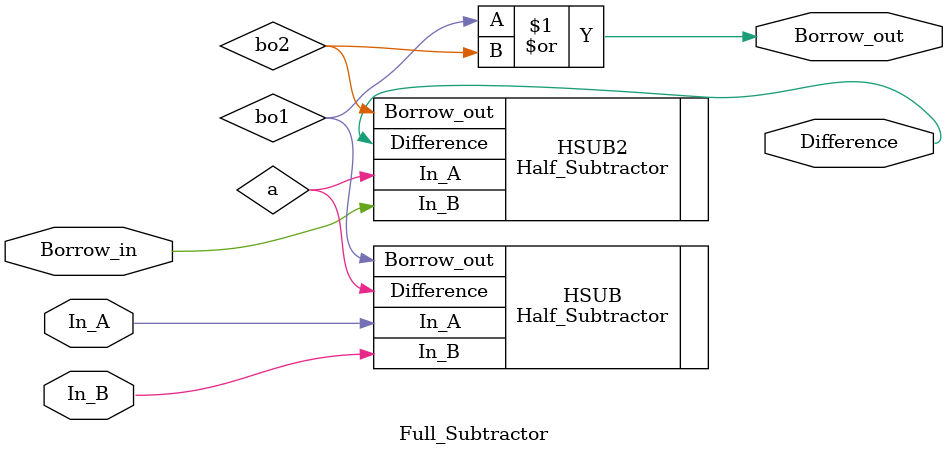
<source format=v>
`timescale 1ns / 1ps

module Full_Subtractor(
    In_A, In_B, Borrow_in, Difference, Borrow_out
    );
    input In_A, In_B, Borrow_in;
    output Difference, Borrow_out;
    
    // implement full subtractor circuit, your code starts from here.
    // use half subtractor in this module, fulfill I/O ports connection.
    wire a, bo1, bo2;
    Half_Subtractor HSUB (
        .In_A(In_A), 
        .In_B(In_B), 
        .Difference(a), 
        .Borrow_out(bo1)
    );
    Half_Subtractor HSUB2 (
        .In_A(a), 
        .In_B(Borrow_in), 
        .Difference(Difference), 
        .Borrow_out(bo2)
    );
    or (Borrow_out, bo1, bo2);

endmodule

</source>
